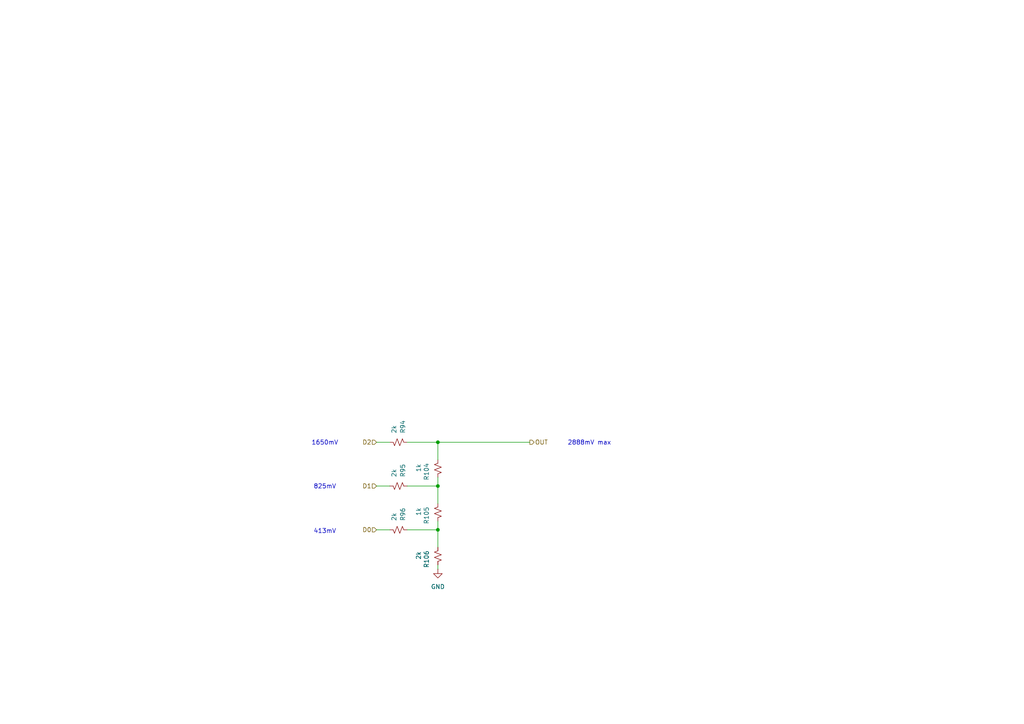
<source format=kicad_sch>
(kicad_sch (version 20250114) (generator "eeschema") (generator_version "9.0")
  (paper "A4")
  (lib_symbols
    (symbol "Device:R_Small_US" (pin_numbers (hide yes)) (pin_names (offset 0.254) (hide yes))
      (property "Reference" "R" (at 0.762 0.508 0))
      (property "Value" "R_Small_US" (at 0.762 -1.016 0))
      (symbol "R_Small_US_1_1"
        (polyline (pts (xy 0 1.524) (xy 1.016 1.143) (xy 0 0.762) (xy -1.016 0.381) (xy 0 0)))
        (polyline (pts (xy 0 0) (xy 1.016 -0.381) (xy 0 -0.762) (xy -1.016 -1.143) (xy 0 -1.524)))
        (pin passive line (at 0 2.54 270) (length 1.016) (name "~") (number "1"))
        (pin passive line (at 0 -2.54 90) (length 1.016) (name "~") (number "2"))
      )
    )
    (symbol "power:GND" (power) (pin_numbers (hide yes)) (pin_names (offset 0) (hide yes))
      (property "Value" "GND" (at 0 -3.81 0))
      (symbol "GND_0_1"
        (polyline (pts (xy 0 0) (xy 0 -1.27) (xy 1.27 -1.27) (xy 0 -2.54) (xy -1.27 -1.27) (xy 0 -1.27)))
      )
      (symbol "GND_1_1"
        (pin power_in line (at 0 0 270) (length 0) (name "~") (number "1"))
      )
    )
  )
  (text "2888mV max" (at 170.942 128.524 0) (effects (font (size 1.27 1.27))))
  (text "413mV" (at 94.234 154.178 0) (effects (font (size 1.27 1.27))))
  (text "825mV" (at 94.234 141.224 0) (effects (font (size 1.27 1.27))))
  (text "1650mV" (at 94.234 128.524 0) (effects (font (size 1.27 1.27))))
  (junction (at 127 128.27))
  (junction (at 127 153.67))
  (junction (at 127 140.97))
  (wire (pts (xy 127 153.67) (xy 127 158.75)))
  (wire (pts (xy 127 165.1) (xy 127 163.83)))
  (wire (pts (xy 109.22 153.67) (xy 113.03 153.67)))
  (wire (pts (xy 127 140.97) (xy 127 146.05)))
  (wire (pts (xy 109.22 128.27) (xy 113.03 128.27)))
  (wire (pts (xy 118.11 128.27) (xy 127 128.27)))
  (wire (pts (xy 127 128.27) (xy 153.67 128.27)))
  (wire (pts (xy 127 151.13) (xy 127 153.67)))
  (wire (pts (xy 118.11 140.97) (xy 127 140.97)))
  (wire (pts (xy 118.11 153.67) (xy 127 153.67)))
  (wire (pts (xy 127 138.43) (xy 127 140.97)))
  (wire (pts (xy 109.22 140.97) (xy 113.03 140.97)))
  (wire (pts (xy 127 128.27) (xy 127 133.35)))
  (hierarchical_label "D1" (shape input) (at 109.22 140.97 180))
  (hierarchical_label "D0" (shape input) (at 109.22 153.67 180))
  (hierarchical_label "D2" (shape input) (at 109.22 128.27 180))
  (hierarchical_label "OUT" (shape output) (at 153.67 128.27 0))
  (symbol (lib_id "Device:R_Small_US") (at 127 161.29 0) (mirror y) (unit 1)
    (property "Reference" "R106" (at 123.698 159.639 90) (effects (justify right)))
    (property "Value" "2k" (at 121.412 159.893 90) (effects (justify right)))
    (property "Footprint" "Resistor_SMD:R_0402_1005Metric" (effects (hide yes)))
    (property "Description" "Resistor, small US symbol" (effects (hide yes)))
    (instances (project "mister-vector" (path "" (reference "R106") (unit 1)) (path "" (reference "R109") (unit 1)) (path "" (reference "R112") (unit 1))))
  )
  (symbol (lib_id "Device:R_Small_US") (at 115.57 128.27 270) (mirror x) (unit 1)
    (property "Reference" "R94" (at 116.8401 125.73 0) (effects (justify left)))
    (property "Value" "2k" (at 114.3001 125.73 0) (effects (justify left)))
    (property "Footprint" "Resistor_SMD:R_0402_1005Metric" (effects (hide yes)))
    (property "Description" "Resistor, small US symbol" (effects (hide yes)))
    (instances (project "mister-vector" (path "" (reference "R94") (unit 1)) (path "" (reference "R97") (unit 1)) (path "" (reference "R100") (unit 1))))
  )
  (symbol (lib_id "Device:R_Small_US") (at 115.57 153.67 270) (mirror x) (unit 1)
    (property "Reference" "R96" (at 116.8401 151.13 0) (effects (justify left)))
    (property "Value" "2k" (at 114.3001 151.13 0) (effects (justify left)))
    (property "Footprint" "Resistor_SMD:R_0402_1005Metric" (effects (hide yes)))
    (property "Description" "Resistor, small US symbol" (effects (hide yes)))
    (instances (project "mister-vector" (path "" (reference "R96") (unit 1)) (path "" (reference "R99") (unit 1)) (path "" (reference "R102") (unit 1))))
  )
  (symbol (lib_id "Device:R_Small_US") (at 115.57 140.97 270) (mirror x) (unit 1)
    (property "Reference" "R95" (at 116.8401 138.43 0) (effects (justify left)))
    (property "Value" "2k" (at 114.3001 138.43 0) (effects (justify left)))
    (property "Footprint" "Resistor_SMD:R_0402_1005Metric" (effects (hide yes)))
    (property "Description" "Resistor, small US symbol" (effects (hide yes)))
    (instances (project "mister-vector" (path "" (reference "R95") (unit 1)) (path "" (reference "R98") (unit 1)) (path "" (reference "R101") (unit 1))))
  )
  (symbol (lib_id "Device:R_Small_US") (at 127 148.59 0) (mirror y) (unit 1)
    (property "Reference" "R105" (at 123.698 146.939 90) (effects (justify right)))
    (property "Value" "1k" (at 121.412 147.193 90) (effects (justify right)))
    (property "Footprint" "Resistor_SMD:R_0402_1005Metric" (effects (hide yes)))
    (property "Description" "Resistor, small US symbol" (effects (hide yes)))
    (instances (project "mister-vector" (path "" (reference "R105") (unit 1)) (path "" (reference "R108") (unit 1)) (path "" (reference "R111") (unit 1))))
  )
  (symbol (lib_id "power:GND") (at 127 165.1 0) (unit 1)
    (property "Reference" "#PWR049" (effects (hide yes)))
    (property "Value" "GND" (at 127 170.18 0))
    (property "Description" "Power symbol creates a global label with name \"GND\" , ground" (effects (hide yes)))
    (instances (project "mister-vector" (path "" (reference "#PWR049") (unit 1)) (path "" (reference "#PWR050") (unit 1)) (path "" (reference "#PWR051") (unit 1))))
  )
  (symbol (lib_id "Device:R_Small_US") (at 127 135.89 0) (mirror y) (unit 1)
    (property "Reference" "R104" (at 123.698 134.239 90) (effects (justify right)))
    (property "Value" "1k" (at 121.412 134.493 90) (effects (justify right)))
    (property "Footprint" "Resistor_SMD:R_0402_1005Metric" (effects (hide yes)))
    (property "Description" "Resistor, small US symbol" (effects (hide yes)))
    (instances (project "mister-vector" (path "" (reference "R104") (unit 1)) (path "" (reference "R107") (unit 1)) (path "" (reference "R110") (unit 1))))
  )
)
</source>
